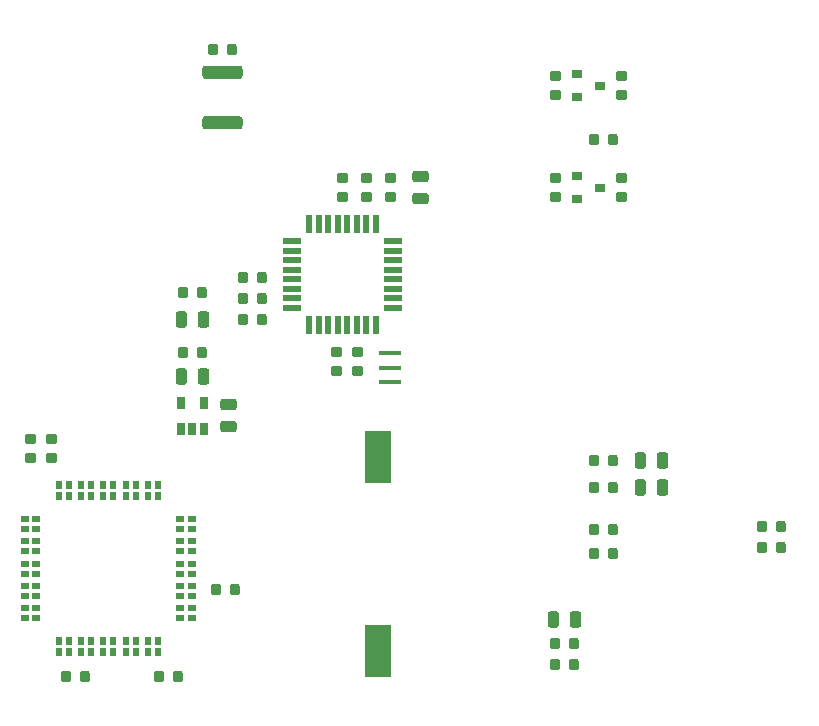
<source format=gbr>
%TF.GenerationSoftware,KiCad,Pcbnew,(5.1.7)-1*%
%TF.CreationDate,2020-12-22T10:31:33-06:00*%
%TF.ProjectId,tracker,74726163-6b65-4722-9e6b-696361645f70,1.0*%
%TF.SameCoordinates,Original*%
%TF.FileFunction,Paste,Top*%
%TF.FilePolarity,Positive*%
%FSLAX46Y46*%
G04 Gerber Fmt 4.6, Leading zero omitted, Abs format (unit mm)*
G04 Created by KiCad (PCBNEW (5.1.7)-1) date 2020-12-22 10:31:33*
%MOMM*%
%LPD*%
G01*
G04 APERTURE LIST*
%ADD10R,2.300000X4.500000*%
%ADD11R,0.900000X0.800000*%
%ADD12R,0.550000X1.600000*%
%ADD13R,1.600000X0.550000*%
%ADD14R,0.580000X0.720000*%
%ADD15R,0.720000X0.580000*%
%ADD16R,0.650000X1.060000*%
%ADD17R,1.900000X0.400000*%
G04 APERTURE END LIST*
D10*
%TO.C,BT1*%
X149860000Y-141071000D03*
X149860000Y-124671000D03*
%TD*%
%TO.C,C1*%
G36*
G01*
X149100250Y-101504000D02*
X148587750Y-101504000D01*
G75*
G02*
X148369000Y-101285250I0J218750D01*
G01*
X148369000Y-100847750D01*
G75*
G02*
X148587750Y-100629000I218750J0D01*
G01*
X149100250Y-100629000D01*
G75*
G02*
X149319000Y-100847750I0J-218750D01*
G01*
X149319000Y-101285250D01*
G75*
G02*
X149100250Y-101504000I-218750J0D01*
G01*
G37*
G36*
G01*
X149100250Y-103079000D02*
X148587750Y-103079000D01*
G75*
G02*
X148369000Y-102860250I0J218750D01*
G01*
X148369000Y-102422750D01*
G75*
G02*
X148587750Y-102204000I218750J0D01*
G01*
X149100250Y-102204000D01*
G75*
G02*
X149319000Y-102422750I0J-218750D01*
G01*
X149319000Y-102860250D01*
G75*
G02*
X149100250Y-103079000I-218750J0D01*
G01*
G37*
%TD*%
%TO.C,C2*%
G36*
G01*
X147825750Y-115361000D02*
X148338250Y-115361000D01*
G75*
G02*
X148557000Y-115579750I0J-218750D01*
G01*
X148557000Y-116017250D01*
G75*
G02*
X148338250Y-116236000I-218750J0D01*
G01*
X147825750Y-116236000D01*
G75*
G02*
X147607000Y-116017250I0J218750D01*
G01*
X147607000Y-115579750D01*
G75*
G02*
X147825750Y-115361000I218750J0D01*
G01*
G37*
G36*
G01*
X147825750Y-116936000D02*
X148338250Y-116936000D01*
G75*
G02*
X148557000Y-117154750I0J-218750D01*
G01*
X148557000Y-117592250D01*
G75*
G02*
X148338250Y-117811000I-218750J0D01*
G01*
X147825750Y-117811000D01*
G75*
G02*
X147607000Y-117592250I0J218750D01*
G01*
X147607000Y-117154750D01*
G75*
G02*
X147825750Y-116936000I218750J0D01*
G01*
G37*
%TD*%
%TO.C,C3*%
G36*
G01*
X146047750Y-116936000D02*
X146560250Y-116936000D01*
G75*
G02*
X146779000Y-117154750I0J-218750D01*
G01*
X146779000Y-117592250D01*
G75*
G02*
X146560250Y-117811000I-218750J0D01*
G01*
X146047750Y-117811000D01*
G75*
G02*
X145829000Y-117592250I0J218750D01*
G01*
X145829000Y-117154750D01*
G75*
G02*
X146047750Y-116936000I218750J0D01*
G01*
G37*
G36*
G01*
X146047750Y-115361000D02*
X146560250Y-115361000D01*
G75*
G02*
X146779000Y-115579750I0J-218750D01*
G01*
X146779000Y-116017250D01*
G75*
G02*
X146560250Y-116236000I-218750J0D01*
G01*
X146047750Y-116236000D01*
G75*
G02*
X145829000Y-116017250I0J218750D01*
G01*
X145829000Y-115579750D01*
G75*
G02*
X146047750Y-115361000I218750J0D01*
G01*
G37*
%TD*%
%TO.C,C4*%
G36*
G01*
X164183000Y-138886250D02*
X164183000Y-137973750D01*
G75*
G02*
X164426750Y-137730000I243750J0D01*
G01*
X164914250Y-137730000D01*
G75*
G02*
X165158000Y-137973750I0J-243750D01*
G01*
X165158000Y-138886250D01*
G75*
G02*
X164914250Y-139130000I-243750J0D01*
G01*
X164426750Y-139130000D01*
G75*
G02*
X164183000Y-138886250I0J243750D01*
G01*
G37*
G36*
G01*
X166058000Y-138886250D02*
X166058000Y-137973750D01*
G75*
G02*
X166301750Y-137730000I243750J0D01*
G01*
X166789250Y-137730000D01*
G75*
G02*
X167033000Y-137973750I0J-243750D01*
G01*
X167033000Y-138886250D01*
G75*
G02*
X166789250Y-139130000I-243750J0D01*
G01*
X166301750Y-139130000D01*
G75*
G02*
X166058000Y-138886250I0J243750D01*
G01*
G37*
%TD*%
%TO.C,C5*%
G36*
G01*
X164383000Y-140718250D02*
X164383000Y-140205750D01*
G75*
G02*
X164601750Y-139987000I218750J0D01*
G01*
X165039250Y-139987000D01*
G75*
G02*
X165258000Y-140205750I0J-218750D01*
G01*
X165258000Y-140718250D01*
G75*
G02*
X165039250Y-140937000I-218750J0D01*
G01*
X164601750Y-140937000D01*
G75*
G02*
X164383000Y-140718250I0J218750D01*
G01*
G37*
G36*
G01*
X165958000Y-140718250D02*
X165958000Y-140205750D01*
G75*
G02*
X166176750Y-139987000I218750J0D01*
G01*
X166614250Y-139987000D01*
G75*
G02*
X166833000Y-140205750I0J-218750D01*
G01*
X166833000Y-140718250D01*
G75*
G02*
X166614250Y-140937000I-218750J0D01*
G01*
X166176750Y-140937000D01*
G75*
G02*
X165958000Y-140718250I0J218750D01*
G01*
G37*
%TD*%
%TO.C,C6*%
G36*
G01*
X147068250Y-103079000D02*
X146555750Y-103079000D01*
G75*
G02*
X146337000Y-102860250I0J218750D01*
G01*
X146337000Y-102422750D01*
G75*
G02*
X146555750Y-102204000I218750J0D01*
G01*
X147068250Y-102204000D01*
G75*
G02*
X147287000Y-102422750I0J-218750D01*
G01*
X147287000Y-102860250D01*
G75*
G02*
X147068250Y-103079000I-218750J0D01*
G01*
G37*
G36*
G01*
X147068250Y-101504000D02*
X146555750Y-101504000D01*
G75*
G02*
X146337000Y-101285250I0J218750D01*
G01*
X146337000Y-100847750D01*
G75*
G02*
X146555750Y-100629000I218750J0D01*
G01*
X147068250Y-100629000D01*
G75*
G02*
X147287000Y-100847750I0J-218750D01*
G01*
X147287000Y-101285250D01*
G75*
G02*
X147068250Y-101504000I-218750J0D01*
G01*
G37*
%TD*%
%TO.C,C7*%
G36*
G01*
X164383000Y-142496250D02*
X164383000Y-141983750D01*
G75*
G02*
X164601750Y-141765000I218750J0D01*
G01*
X165039250Y-141765000D01*
G75*
G02*
X165258000Y-141983750I0J-218750D01*
G01*
X165258000Y-142496250D01*
G75*
G02*
X165039250Y-142715000I-218750J0D01*
G01*
X164601750Y-142715000D01*
G75*
G02*
X164383000Y-142496250I0J218750D01*
G01*
G37*
G36*
G01*
X165958000Y-142496250D02*
X165958000Y-141983750D01*
G75*
G02*
X166176750Y-141765000I218750J0D01*
G01*
X166614250Y-141765000D01*
G75*
G02*
X166833000Y-141983750I0J-218750D01*
G01*
X166833000Y-142496250D01*
G75*
G02*
X166614250Y-142715000I-218750J0D01*
G01*
X166176750Y-142715000D01*
G75*
G02*
X165958000Y-142496250I0J218750D01*
G01*
G37*
%TD*%
%TO.C,C8*%
G36*
G01*
X182784000Y-132077750D02*
X182784000Y-132590250D01*
G75*
G02*
X182565250Y-132809000I-218750J0D01*
G01*
X182127750Y-132809000D01*
G75*
G02*
X181909000Y-132590250I0J218750D01*
G01*
X181909000Y-132077750D01*
G75*
G02*
X182127750Y-131859000I218750J0D01*
G01*
X182565250Y-131859000D01*
G75*
G02*
X182784000Y-132077750I0J-218750D01*
G01*
G37*
G36*
G01*
X184359000Y-132077750D02*
X184359000Y-132590250D01*
G75*
G02*
X184140250Y-132809000I-218750J0D01*
G01*
X183702750Y-132809000D01*
G75*
G02*
X183484000Y-132590250I0J218750D01*
G01*
X183484000Y-132077750D01*
G75*
G02*
X183702750Y-131859000I218750J0D01*
G01*
X184140250Y-131859000D01*
G75*
G02*
X184359000Y-132077750I0J-218750D01*
G01*
G37*
%TD*%
%TO.C,C9*%
G36*
G01*
X123856000Y-142999750D02*
X123856000Y-143512250D01*
G75*
G02*
X123637250Y-143731000I-218750J0D01*
G01*
X123199750Y-143731000D01*
G75*
G02*
X122981000Y-143512250I0J218750D01*
G01*
X122981000Y-142999750D01*
G75*
G02*
X123199750Y-142781000I218750J0D01*
G01*
X123637250Y-142781000D01*
G75*
G02*
X123856000Y-142999750I0J-218750D01*
G01*
G37*
G36*
G01*
X125431000Y-142999750D02*
X125431000Y-143512250D01*
G75*
G02*
X125212250Y-143731000I-218750J0D01*
G01*
X124774750Y-143731000D01*
G75*
G02*
X124556000Y-143512250I0J218750D01*
G01*
X124556000Y-142999750D01*
G75*
G02*
X124774750Y-142781000I218750J0D01*
G01*
X125212250Y-142781000D01*
G75*
G02*
X125431000Y-142999750I0J-218750D01*
G01*
G37*
%TD*%
%TO.C,C10*%
G36*
G01*
X136302000Y-89913750D02*
X136302000Y-90426250D01*
G75*
G02*
X136083250Y-90645000I-218750J0D01*
G01*
X135645750Y-90645000D01*
G75*
G02*
X135427000Y-90426250I0J218750D01*
G01*
X135427000Y-89913750D01*
G75*
G02*
X135645750Y-89695000I218750J0D01*
G01*
X136083250Y-89695000D01*
G75*
G02*
X136302000Y-89913750I0J-218750D01*
G01*
G37*
G36*
G01*
X137877000Y-89913750D02*
X137877000Y-90426250D01*
G75*
G02*
X137658250Y-90645000I-218750J0D01*
G01*
X137220750Y-90645000D01*
G75*
G02*
X137002000Y-90426250I0J218750D01*
G01*
X137002000Y-89913750D01*
G75*
G02*
X137220750Y-89695000I218750J0D01*
G01*
X137658250Y-89695000D01*
G75*
G02*
X137877000Y-89913750I0J-218750D01*
G01*
G37*
%TD*%
%TO.C,C11*%
G36*
G01*
X133305000Y-142999750D02*
X133305000Y-143512250D01*
G75*
G02*
X133086250Y-143731000I-218750J0D01*
G01*
X132648750Y-143731000D01*
G75*
G02*
X132430000Y-143512250I0J218750D01*
G01*
X132430000Y-142999750D01*
G75*
G02*
X132648750Y-142781000I218750J0D01*
G01*
X133086250Y-142781000D01*
G75*
G02*
X133305000Y-142999750I0J-218750D01*
G01*
G37*
G36*
G01*
X131730000Y-142999750D02*
X131730000Y-143512250D01*
G75*
G02*
X131511250Y-143731000I-218750J0D01*
G01*
X131073750Y-143731000D01*
G75*
G02*
X130855000Y-143512250I0J218750D01*
G01*
X130855000Y-142999750D01*
G75*
G02*
X131073750Y-142781000I218750J0D01*
G01*
X131511250Y-142781000D01*
G75*
G02*
X131730000Y-142999750I0J-218750D01*
G01*
G37*
%TD*%
%TO.C,C12*%
G36*
G01*
X137616250Y-120708000D02*
X136703750Y-120708000D01*
G75*
G02*
X136460000Y-120464250I0J243750D01*
G01*
X136460000Y-119976750D01*
G75*
G02*
X136703750Y-119733000I243750J0D01*
G01*
X137616250Y-119733000D01*
G75*
G02*
X137860000Y-119976750I0J-243750D01*
G01*
X137860000Y-120464250D01*
G75*
G02*
X137616250Y-120708000I-243750J0D01*
G01*
G37*
G36*
G01*
X137616250Y-122583000D02*
X136703750Y-122583000D01*
G75*
G02*
X136460000Y-122339250I0J243750D01*
G01*
X136460000Y-121851750D01*
G75*
G02*
X136703750Y-121608000I243750J0D01*
G01*
X137616250Y-121608000D01*
G75*
G02*
X137860000Y-121851750I0J-243750D01*
G01*
X137860000Y-122339250D01*
G75*
G02*
X137616250Y-122583000I-243750J0D01*
G01*
G37*
%TD*%
%TO.C,C13*%
G36*
G01*
X132687000Y-118312250D02*
X132687000Y-117399750D01*
G75*
G02*
X132930750Y-117156000I243750J0D01*
G01*
X133418250Y-117156000D01*
G75*
G02*
X133662000Y-117399750I0J-243750D01*
G01*
X133662000Y-118312250D01*
G75*
G02*
X133418250Y-118556000I-243750J0D01*
G01*
X132930750Y-118556000D01*
G75*
G02*
X132687000Y-118312250I0J243750D01*
G01*
G37*
G36*
G01*
X134562000Y-118312250D02*
X134562000Y-117399750D01*
G75*
G02*
X134805750Y-117156000I243750J0D01*
G01*
X135293250Y-117156000D01*
G75*
G02*
X135537000Y-117399750I0J-243750D01*
G01*
X135537000Y-118312250D01*
G75*
G02*
X135293250Y-118556000I-243750J0D01*
G01*
X134805750Y-118556000D01*
G75*
G02*
X134562000Y-118312250I0J243750D01*
G01*
G37*
%TD*%
%TO.C,C14*%
G36*
G01*
X132887000Y-116080250D02*
X132887000Y-115567750D01*
G75*
G02*
X133105750Y-115349000I218750J0D01*
G01*
X133543250Y-115349000D01*
G75*
G02*
X133762000Y-115567750I0J-218750D01*
G01*
X133762000Y-116080250D01*
G75*
G02*
X133543250Y-116299000I-218750J0D01*
G01*
X133105750Y-116299000D01*
G75*
G02*
X132887000Y-116080250I0J218750D01*
G01*
G37*
G36*
G01*
X134462000Y-116080250D02*
X134462000Y-115567750D01*
G75*
G02*
X134680750Y-115349000I218750J0D01*
G01*
X135118250Y-115349000D01*
G75*
G02*
X135337000Y-115567750I0J-218750D01*
G01*
X135337000Y-116080250D01*
G75*
G02*
X135118250Y-116299000I-218750J0D01*
G01*
X134680750Y-116299000D01*
G75*
G02*
X134462000Y-116080250I0J218750D01*
G01*
G37*
%TD*%
%TO.C,D1*%
G36*
G01*
X153872250Y-101404000D02*
X152959750Y-101404000D01*
G75*
G02*
X152716000Y-101160250I0J243750D01*
G01*
X152716000Y-100672750D01*
G75*
G02*
X152959750Y-100429000I243750J0D01*
G01*
X153872250Y-100429000D01*
G75*
G02*
X154116000Y-100672750I0J-243750D01*
G01*
X154116000Y-101160250D01*
G75*
G02*
X153872250Y-101404000I-243750J0D01*
G01*
G37*
G36*
G01*
X153872250Y-103279000D02*
X152959750Y-103279000D01*
G75*
G02*
X152716000Y-103035250I0J243750D01*
G01*
X152716000Y-102547750D01*
G75*
G02*
X152959750Y-102304000I243750J0D01*
G01*
X153872250Y-102304000D01*
G75*
G02*
X154116000Y-102547750I0J-243750D01*
G01*
X154116000Y-103035250D01*
G75*
G02*
X153872250Y-103279000I-243750J0D01*
G01*
G37*
%TD*%
%TO.C,D2*%
G36*
G01*
X174399000Y-124511750D02*
X174399000Y-125424250D01*
G75*
G02*
X174155250Y-125668000I-243750J0D01*
G01*
X173667750Y-125668000D01*
G75*
G02*
X173424000Y-125424250I0J243750D01*
G01*
X173424000Y-124511750D01*
G75*
G02*
X173667750Y-124268000I243750J0D01*
G01*
X174155250Y-124268000D01*
G75*
G02*
X174399000Y-124511750I0J-243750D01*
G01*
G37*
G36*
G01*
X172524000Y-124511750D02*
X172524000Y-125424250D01*
G75*
G02*
X172280250Y-125668000I-243750J0D01*
G01*
X171792750Y-125668000D01*
G75*
G02*
X171549000Y-125424250I0J243750D01*
G01*
X171549000Y-124511750D01*
G75*
G02*
X171792750Y-124268000I243750J0D01*
G01*
X172280250Y-124268000D01*
G75*
G02*
X172524000Y-124511750I0J-243750D01*
G01*
G37*
%TD*%
%TO.C,D3*%
G36*
G01*
X172524000Y-126797750D02*
X172524000Y-127710250D01*
G75*
G02*
X172280250Y-127954000I-243750J0D01*
G01*
X171792750Y-127954000D01*
G75*
G02*
X171549000Y-127710250I0J243750D01*
G01*
X171549000Y-126797750D01*
G75*
G02*
X171792750Y-126554000I243750J0D01*
G01*
X172280250Y-126554000D01*
G75*
G02*
X172524000Y-126797750I0J-243750D01*
G01*
G37*
G36*
G01*
X174399000Y-126797750D02*
X174399000Y-127710250D01*
G75*
G02*
X174155250Y-127954000I-243750J0D01*
G01*
X173667750Y-127954000D01*
G75*
G02*
X173424000Y-127710250I0J243750D01*
G01*
X173424000Y-126797750D01*
G75*
G02*
X173667750Y-126554000I243750J0D01*
G01*
X174155250Y-126554000D01*
G75*
G02*
X174399000Y-126797750I0J-243750D01*
G01*
G37*
%TD*%
%TO.C,D4*%
G36*
G01*
X132687000Y-113486250D02*
X132687000Y-112573750D01*
G75*
G02*
X132930750Y-112330000I243750J0D01*
G01*
X133418250Y-112330000D01*
G75*
G02*
X133662000Y-112573750I0J-243750D01*
G01*
X133662000Y-113486250D01*
G75*
G02*
X133418250Y-113730000I-243750J0D01*
G01*
X132930750Y-113730000D01*
G75*
G02*
X132687000Y-113486250I0J243750D01*
G01*
G37*
G36*
G01*
X134562000Y-113486250D02*
X134562000Y-112573750D01*
G75*
G02*
X134805750Y-112330000I243750J0D01*
G01*
X135293250Y-112330000D01*
G75*
G02*
X135537000Y-112573750I0J-243750D01*
G01*
X135537000Y-113486250D01*
G75*
G02*
X135293250Y-113730000I-243750J0D01*
G01*
X134805750Y-113730000D01*
G75*
G02*
X134562000Y-113486250I0J243750D01*
G01*
G37*
%TD*%
%TO.C,F1*%
G36*
G01*
X138102001Y-96934000D02*
X135201999Y-96934000D01*
G75*
G02*
X134952000Y-96684001I0J249999D01*
G01*
X134952000Y-96058999D01*
G75*
G02*
X135201999Y-95809000I249999J0D01*
G01*
X138102001Y-95809000D01*
G75*
G02*
X138352000Y-96058999I0J-249999D01*
G01*
X138352000Y-96684001D01*
G75*
G02*
X138102001Y-96934000I-249999J0D01*
G01*
G37*
G36*
G01*
X138102001Y-92659000D02*
X135201999Y-92659000D01*
G75*
G02*
X134952000Y-92409001I0J249999D01*
G01*
X134952000Y-91783999D01*
G75*
G02*
X135201999Y-91534000I249999J0D01*
G01*
X138102001Y-91534000D01*
G75*
G02*
X138352000Y-91783999I0J-249999D01*
G01*
X138352000Y-92409001D01*
G75*
G02*
X138102001Y-92659000I-249999J0D01*
G01*
G37*
%TD*%
D11*
%TO.C,Q1*%
X166640000Y-92268000D03*
X166640000Y-94168000D03*
X168640000Y-93218000D03*
%TD*%
%TO.C,Q2*%
X168640000Y-101854000D03*
X166640000Y-102804000D03*
X166640000Y-100904000D03*
%TD*%
%TO.C,R1*%
G36*
G01*
X164589750Y-93568000D02*
X165102250Y-93568000D01*
G75*
G02*
X165321000Y-93786750I0J-218750D01*
G01*
X165321000Y-94224250D01*
G75*
G02*
X165102250Y-94443000I-218750J0D01*
G01*
X164589750Y-94443000D01*
G75*
G02*
X164371000Y-94224250I0J218750D01*
G01*
X164371000Y-93786750D01*
G75*
G02*
X164589750Y-93568000I218750J0D01*
G01*
G37*
G36*
G01*
X164589750Y-91993000D02*
X165102250Y-91993000D01*
G75*
G02*
X165321000Y-92211750I0J-218750D01*
G01*
X165321000Y-92649250D01*
G75*
G02*
X165102250Y-92868000I-218750J0D01*
G01*
X164589750Y-92868000D01*
G75*
G02*
X164371000Y-92649250I0J218750D01*
G01*
X164371000Y-92211750D01*
G75*
G02*
X164589750Y-91993000I218750J0D01*
G01*
G37*
%TD*%
%TO.C,R2*%
G36*
G01*
X170690250Y-94443000D02*
X170177750Y-94443000D01*
G75*
G02*
X169959000Y-94224250I0J218750D01*
G01*
X169959000Y-93786750D01*
G75*
G02*
X170177750Y-93568000I218750J0D01*
G01*
X170690250Y-93568000D01*
G75*
G02*
X170909000Y-93786750I0J-218750D01*
G01*
X170909000Y-94224250D01*
G75*
G02*
X170690250Y-94443000I-218750J0D01*
G01*
G37*
G36*
G01*
X170690250Y-92868000D02*
X170177750Y-92868000D01*
G75*
G02*
X169959000Y-92649250I0J218750D01*
G01*
X169959000Y-92211750D01*
G75*
G02*
X170177750Y-91993000I218750J0D01*
G01*
X170690250Y-91993000D01*
G75*
G02*
X170909000Y-92211750I0J-218750D01*
G01*
X170909000Y-92649250D01*
G75*
G02*
X170690250Y-92868000I-218750J0D01*
G01*
G37*
%TD*%
%TO.C,R3*%
G36*
G01*
X164589750Y-102204000D02*
X165102250Y-102204000D01*
G75*
G02*
X165321000Y-102422750I0J-218750D01*
G01*
X165321000Y-102860250D01*
G75*
G02*
X165102250Y-103079000I-218750J0D01*
G01*
X164589750Y-103079000D01*
G75*
G02*
X164371000Y-102860250I0J218750D01*
G01*
X164371000Y-102422750D01*
G75*
G02*
X164589750Y-102204000I218750J0D01*
G01*
G37*
G36*
G01*
X164589750Y-100629000D02*
X165102250Y-100629000D01*
G75*
G02*
X165321000Y-100847750I0J-218750D01*
G01*
X165321000Y-101285250D01*
G75*
G02*
X165102250Y-101504000I-218750J0D01*
G01*
X164589750Y-101504000D01*
G75*
G02*
X164371000Y-101285250I0J218750D01*
G01*
X164371000Y-100847750D01*
G75*
G02*
X164589750Y-100629000I218750J0D01*
G01*
G37*
%TD*%
%TO.C,R4*%
G36*
G01*
X170690250Y-103079000D02*
X170177750Y-103079000D01*
G75*
G02*
X169959000Y-102860250I0J218750D01*
G01*
X169959000Y-102422750D01*
G75*
G02*
X170177750Y-102204000I218750J0D01*
G01*
X170690250Y-102204000D01*
G75*
G02*
X170909000Y-102422750I0J-218750D01*
G01*
X170909000Y-102860250D01*
G75*
G02*
X170690250Y-103079000I-218750J0D01*
G01*
G37*
G36*
G01*
X170690250Y-101504000D02*
X170177750Y-101504000D01*
G75*
G02*
X169959000Y-101285250I0J218750D01*
G01*
X169959000Y-100847750D01*
G75*
G02*
X170177750Y-100629000I218750J0D01*
G01*
X170690250Y-100629000D01*
G75*
G02*
X170909000Y-100847750I0J-218750D01*
G01*
X170909000Y-101285250D01*
G75*
G02*
X170690250Y-101504000I-218750J0D01*
G01*
G37*
%TD*%
%TO.C,R5*%
G36*
G01*
X137967000Y-109730250D02*
X137967000Y-109217750D01*
G75*
G02*
X138185750Y-108999000I218750J0D01*
G01*
X138623250Y-108999000D01*
G75*
G02*
X138842000Y-109217750I0J-218750D01*
G01*
X138842000Y-109730250D01*
G75*
G02*
X138623250Y-109949000I-218750J0D01*
G01*
X138185750Y-109949000D01*
G75*
G02*
X137967000Y-109730250I0J218750D01*
G01*
G37*
G36*
G01*
X139542000Y-109730250D02*
X139542000Y-109217750D01*
G75*
G02*
X139760750Y-108999000I218750J0D01*
G01*
X140198250Y-108999000D01*
G75*
G02*
X140417000Y-109217750I0J-218750D01*
G01*
X140417000Y-109730250D01*
G75*
G02*
X140198250Y-109949000I-218750J0D01*
G01*
X139760750Y-109949000D01*
G75*
G02*
X139542000Y-109730250I0J218750D01*
G01*
G37*
%TD*%
%TO.C,R6*%
G36*
G01*
X151132250Y-101504000D02*
X150619750Y-101504000D01*
G75*
G02*
X150401000Y-101285250I0J218750D01*
G01*
X150401000Y-100847750D01*
G75*
G02*
X150619750Y-100629000I218750J0D01*
G01*
X151132250Y-100629000D01*
G75*
G02*
X151351000Y-100847750I0J-218750D01*
G01*
X151351000Y-101285250D01*
G75*
G02*
X151132250Y-101504000I-218750J0D01*
G01*
G37*
G36*
G01*
X151132250Y-103079000D02*
X150619750Y-103079000D01*
G75*
G02*
X150401000Y-102860250I0J218750D01*
G01*
X150401000Y-102422750D01*
G75*
G02*
X150619750Y-102204000I218750J0D01*
G01*
X151132250Y-102204000D01*
G75*
G02*
X151351000Y-102422750I0J-218750D01*
G01*
X151351000Y-102860250D01*
G75*
G02*
X151132250Y-103079000I-218750J0D01*
G01*
G37*
%TD*%
%TO.C,R7*%
G36*
G01*
X181909000Y-130812250D02*
X181909000Y-130299750D01*
G75*
G02*
X182127750Y-130081000I218750J0D01*
G01*
X182565250Y-130081000D01*
G75*
G02*
X182784000Y-130299750I0J-218750D01*
G01*
X182784000Y-130812250D01*
G75*
G02*
X182565250Y-131031000I-218750J0D01*
G01*
X182127750Y-131031000D01*
G75*
G02*
X181909000Y-130812250I0J218750D01*
G01*
G37*
G36*
G01*
X183484000Y-130812250D02*
X183484000Y-130299750D01*
G75*
G02*
X183702750Y-130081000I218750J0D01*
G01*
X184140250Y-130081000D01*
G75*
G02*
X184359000Y-130299750I0J-218750D01*
G01*
X184359000Y-130812250D01*
G75*
G02*
X184140250Y-131031000I-218750J0D01*
G01*
X183702750Y-131031000D01*
G75*
G02*
X183484000Y-130812250I0J218750D01*
G01*
G37*
%TD*%
%TO.C,R8*%
G36*
G01*
X169260000Y-125224250D02*
X169260000Y-124711750D01*
G75*
G02*
X169478750Y-124493000I218750J0D01*
G01*
X169916250Y-124493000D01*
G75*
G02*
X170135000Y-124711750I0J-218750D01*
G01*
X170135000Y-125224250D01*
G75*
G02*
X169916250Y-125443000I-218750J0D01*
G01*
X169478750Y-125443000D01*
G75*
G02*
X169260000Y-125224250I0J218750D01*
G01*
G37*
G36*
G01*
X167685000Y-125224250D02*
X167685000Y-124711750D01*
G75*
G02*
X167903750Y-124493000I218750J0D01*
G01*
X168341250Y-124493000D01*
G75*
G02*
X168560000Y-124711750I0J-218750D01*
G01*
X168560000Y-125224250D01*
G75*
G02*
X168341250Y-125443000I-218750J0D01*
G01*
X167903750Y-125443000D01*
G75*
G02*
X167685000Y-125224250I0J218750D01*
G01*
G37*
%TD*%
%TO.C,R9*%
G36*
G01*
X167685000Y-127510250D02*
X167685000Y-126997750D01*
G75*
G02*
X167903750Y-126779000I218750J0D01*
G01*
X168341250Y-126779000D01*
G75*
G02*
X168560000Y-126997750I0J-218750D01*
G01*
X168560000Y-127510250D01*
G75*
G02*
X168341250Y-127729000I-218750J0D01*
G01*
X167903750Y-127729000D01*
G75*
G02*
X167685000Y-127510250I0J218750D01*
G01*
G37*
G36*
G01*
X169260000Y-127510250D02*
X169260000Y-126997750D01*
G75*
G02*
X169478750Y-126779000I218750J0D01*
G01*
X169916250Y-126779000D01*
G75*
G02*
X170135000Y-126997750I0J-218750D01*
G01*
X170135000Y-127510250D01*
G75*
G02*
X169916250Y-127729000I-218750J0D01*
G01*
X169478750Y-127729000D01*
G75*
G02*
X169260000Y-127510250I0J218750D01*
G01*
G37*
%TD*%
%TO.C,R10*%
G36*
G01*
X139542000Y-111508250D02*
X139542000Y-110995750D01*
G75*
G02*
X139760750Y-110777000I218750J0D01*
G01*
X140198250Y-110777000D01*
G75*
G02*
X140417000Y-110995750I0J-218750D01*
G01*
X140417000Y-111508250D01*
G75*
G02*
X140198250Y-111727000I-218750J0D01*
G01*
X139760750Y-111727000D01*
G75*
G02*
X139542000Y-111508250I0J218750D01*
G01*
G37*
G36*
G01*
X137967000Y-111508250D02*
X137967000Y-110995750D01*
G75*
G02*
X138185750Y-110777000I218750J0D01*
G01*
X138623250Y-110777000D01*
G75*
G02*
X138842000Y-110995750I0J-218750D01*
G01*
X138842000Y-111508250D01*
G75*
G02*
X138623250Y-111727000I-218750J0D01*
G01*
X138185750Y-111727000D01*
G75*
G02*
X137967000Y-111508250I0J218750D01*
G01*
G37*
%TD*%
%TO.C,R11*%
G36*
G01*
X139542000Y-113286250D02*
X139542000Y-112773750D01*
G75*
G02*
X139760750Y-112555000I218750J0D01*
G01*
X140198250Y-112555000D01*
G75*
G02*
X140417000Y-112773750I0J-218750D01*
G01*
X140417000Y-113286250D01*
G75*
G02*
X140198250Y-113505000I-218750J0D01*
G01*
X139760750Y-113505000D01*
G75*
G02*
X139542000Y-113286250I0J218750D01*
G01*
G37*
G36*
G01*
X137967000Y-113286250D02*
X137967000Y-112773750D01*
G75*
G02*
X138185750Y-112555000I218750J0D01*
G01*
X138623250Y-112555000D01*
G75*
G02*
X138842000Y-112773750I0J-218750D01*
G01*
X138842000Y-113286250D01*
G75*
G02*
X138623250Y-113505000I-218750J0D01*
G01*
X138185750Y-113505000D01*
G75*
G02*
X137967000Y-113286250I0J218750D01*
G01*
G37*
%TD*%
%TO.C,R12*%
G36*
G01*
X120652250Y-125177000D02*
X120139750Y-125177000D01*
G75*
G02*
X119921000Y-124958250I0J218750D01*
G01*
X119921000Y-124520750D01*
G75*
G02*
X120139750Y-124302000I218750J0D01*
G01*
X120652250Y-124302000D01*
G75*
G02*
X120871000Y-124520750I0J-218750D01*
G01*
X120871000Y-124958250D01*
G75*
G02*
X120652250Y-125177000I-218750J0D01*
G01*
G37*
G36*
G01*
X120652250Y-123602000D02*
X120139750Y-123602000D01*
G75*
G02*
X119921000Y-123383250I0J218750D01*
G01*
X119921000Y-122945750D01*
G75*
G02*
X120139750Y-122727000I218750J0D01*
G01*
X120652250Y-122727000D01*
G75*
G02*
X120871000Y-122945750I0J-218750D01*
G01*
X120871000Y-123383250D01*
G75*
G02*
X120652250Y-123602000I-218750J0D01*
G01*
G37*
%TD*%
%TO.C,R13*%
G36*
G01*
X122430250Y-123602000D02*
X121917750Y-123602000D01*
G75*
G02*
X121699000Y-123383250I0J218750D01*
G01*
X121699000Y-122945750D01*
G75*
G02*
X121917750Y-122727000I218750J0D01*
G01*
X122430250Y-122727000D01*
G75*
G02*
X122649000Y-122945750I0J-218750D01*
G01*
X122649000Y-123383250D01*
G75*
G02*
X122430250Y-123602000I-218750J0D01*
G01*
G37*
G36*
G01*
X122430250Y-125177000D02*
X121917750Y-125177000D01*
G75*
G02*
X121699000Y-124958250I0J218750D01*
G01*
X121699000Y-124520750D01*
G75*
G02*
X121917750Y-124302000I218750J0D01*
G01*
X122430250Y-124302000D01*
G75*
G02*
X122649000Y-124520750I0J-218750D01*
G01*
X122649000Y-124958250D01*
G75*
G02*
X122430250Y-125177000I-218750J0D01*
G01*
G37*
%TD*%
%TO.C,R14*%
G36*
G01*
X167685000Y-133098250D02*
X167685000Y-132585750D01*
G75*
G02*
X167903750Y-132367000I218750J0D01*
G01*
X168341250Y-132367000D01*
G75*
G02*
X168560000Y-132585750I0J-218750D01*
G01*
X168560000Y-133098250D01*
G75*
G02*
X168341250Y-133317000I-218750J0D01*
G01*
X167903750Y-133317000D01*
G75*
G02*
X167685000Y-133098250I0J218750D01*
G01*
G37*
G36*
G01*
X169260000Y-133098250D02*
X169260000Y-132585750D01*
G75*
G02*
X169478750Y-132367000I218750J0D01*
G01*
X169916250Y-132367000D01*
G75*
G02*
X170135000Y-132585750I0J-218750D01*
G01*
X170135000Y-133098250D01*
G75*
G02*
X169916250Y-133317000I-218750J0D01*
G01*
X169478750Y-133317000D01*
G75*
G02*
X169260000Y-133098250I0J218750D01*
G01*
G37*
%TD*%
%TO.C,R15*%
G36*
G01*
X167685000Y-131066250D02*
X167685000Y-130553750D01*
G75*
G02*
X167903750Y-130335000I218750J0D01*
G01*
X168341250Y-130335000D01*
G75*
G02*
X168560000Y-130553750I0J-218750D01*
G01*
X168560000Y-131066250D01*
G75*
G02*
X168341250Y-131285000I-218750J0D01*
G01*
X167903750Y-131285000D01*
G75*
G02*
X167685000Y-131066250I0J218750D01*
G01*
G37*
G36*
G01*
X169260000Y-131066250D02*
X169260000Y-130553750D01*
G75*
G02*
X169478750Y-130335000I218750J0D01*
G01*
X169916250Y-130335000D01*
G75*
G02*
X170135000Y-130553750I0J-218750D01*
G01*
X170135000Y-131066250D01*
G75*
G02*
X169916250Y-131285000I-218750J0D01*
G01*
X169478750Y-131285000D01*
G75*
G02*
X169260000Y-131066250I0J218750D01*
G01*
G37*
%TD*%
%TO.C,R16*%
G36*
G01*
X138131000Y-135633750D02*
X138131000Y-136146250D01*
G75*
G02*
X137912250Y-136365000I-218750J0D01*
G01*
X137474750Y-136365000D01*
G75*
G02*
X137256000Y-136146250I0J218750D01*
G01*
X137256000Y-135633750D01*
G75*
G02*
X137474750Y-135415000I218750J0D01*
G01*
X137912250Y-135415000D01*
G75*
G02*
X138131000Y-135633750I0J-218750D01*
G01*
G37*
G36*
G01*
X136556000Y-135633750D02*
X136556000Y-136146250D01*
G75*
G02*
X136337250Y-136365000I-218750J0D01*
G01*
X135899750Y-136365000D01*
G75*
G02*
X135681000Y-136146250I0J218750D01*
G01*
X135681000Y-135633750D01*
G75*
G02*
X135899750Y-135415000I218750J0D01*
G01*
X136337250Y-135415000D01*
G75*
G02*
X136556000Y-135633750I0J-218750D01*
G01*
G37*
%TD*%
%TO.C,R17*%
G36*
G01*
X132887000Y-111000250D02*
X132887000Y-110487750D01*
G75*
G02*
X133105750Y-110269000I218750J0D01*
G01*
X133543250Y-110269000D01*
G75*
G02*
X133762000Y-110487750I0J-218750D01*
G01*
X133762000Y-111000250D01*
G75*
G02*
X133543250Y-111219000I-218750J0D01*
G01*
X133105750Y-111219000D01*
G75*
G02*
X132887000Y-111000250I0J218750D01*
G01*
G37*
G36*
G01*
X134462000Y-111000250D02*
X134462000Y-110487750D01*
G75*
G02*
X134680750Y-110269000I218750J0D01*
G01*
X135118250Y-110269000D01*
G75*
G02*
X135337000Y-110487750I0J-218750D01*
G01*
X135337000Y-111000250D01*
G75*
G02*
X135118250Y-111219000I-218750J0D01*
G01*
X134680750Y-111219000D01*
G75*
G02*
X134462000Y-111000250I0J218750D01*
G01*
G37*
%TD*%
%TO.C,R18*%
G36*
G01*
X169260000Y-98046250D02*
X169260000Y-97533750D01*
G75*
G02*
X169478750Y-97315000I218750J0D01*
G01*
X169916250Y-97315000D01*
G75*
G02*
X170135000Y-97533750I0J-218750D01*
G01*
X170135000Y-98046250D01*
G75*
G02*
X169916250Y-98265000I-218750J0D01*
G01*
X169478750Y-98265000D01*
G75*
G02*
X169260000Y-98046250I0J218750D01*
G01*
G37*
G36*
G01*
X167685000Y-98046250D02*
X167685000Y-97533750D01*
G75*
G02*
X167903750Y-97315000I218750J0D01*
G01*
X168341250Y-97315000D01*
G75*
G02*
X168560000Y-97533750I0J-218750D01*
G01*
X168560000Y-98046250D01*
G75*
G02*
X168341250Y-98265000I-218750J0D01*
G01*
X167903750Y-98265000D01*
G75*
G02*
X167685000Y-98046250I0J218750D01*
G01*
G37*
%TD*%
D12*
%TO.C,U2*%
X144012000Y-113470000D03*
X144812000Y-113470000D03*
X145612000Y-113470000D03*
X146412000Y-113470000D03*
X147212000Y-113470000D03*
X148012000Y-113470000D03*
X148812000Y-113470000D03*
X149612000Y-113470000D03*
D13*
X151062000Y-112020000D03*
X151062000Y-111220000D03*
X151062000Y-110420000D03*
X151062000Y-109620000D03*
X151062000Y-108820000D03*
X151062000Y-108020000D03*
X151062000Y-107220000D03*
X151062000Y-106420000D03*
D12*
X149612000Y-104970000D03*
X148812000Y-104970000D03*
X148012000Y-104970000D03*
X147212000Y-104970000D03*
X146412000Y-104970000D03*
X145612000Y-104970000D03*
X144812000Y-104970000D03*
X144012000Y-104970000D03*
D13*
X142562000Y-106420000D03*
X142562000Y-107220000D03*
X142562000Y-108020000D03*
X142562000Y-108820000D03*
X142562000Y-109620000D03*
X142562000Y-110420000D03*
X142562000Y-111220000D03*
X142562000Y-112020000D03*
%TD*%
D14*
%TO.C,U5*%
X131225000Y-127012000D03*
X131225000Y-128012000D03*
X130375000Y-127012000D03*
X130375000Y-128012000D03*
X129325000Y-127012000D03*
X129325000Y-128012000D03*
X128475000Y-127012000D03*
X128475000Y-128012000D03*
X127425000Y-127012000D03*
X127425000Y-128012000D03*
X126575000Y-127012000D03*
X126575000Y-128012000D03*
X125525000Y-127012000D03*
X125525000Y-128012000D03*
X124675000Y-127012000D03*
X124675000Y-128012000D03*
X123625000Y-127012000D03*
X123625000Y-128012000D03*
X122775000Y-127012000D03*
X122775000Y-128012000D03*
X131225000Y-140212000D03*
X131225000Y-141212000D03*
X130375000Y-140212000D03*
X130375000Y-141212000D03*
X129325000Y-140212000D03*
X129325000Y-141212000D03*
X128475000Y-140212000D03*
X128475000Y-141212000D03*
X127425000Y-140212000D03*
X127425000Y-141212000D03*
X126575000Y-140212000D03*
X126575000Y-141212000D03*
X125525000Y-140212000D03*
X125525000Y-141212000D03*
X124675000Y-140212000D03*
X124675000Y-141212000D03*
X123625000Y-140212000D03*
X122775000Y-140212000D03*
X123625000Y-141212000D03*
X122775000Y-141212000D03*
D15*
X119900000Y-129887000D03*
X119900000Y-130737000D03*
X120900000Y-129887000D03*
X120900000Y-130737000D03*
X119900000Y-131787000D03*
X119900000Y-132637000D03*
X120900000Y-131787000D03*
X120900000Y-132637000D03*
X119900000Y-133687000D03*
X119900000Y-134537000D03*
X120900000Y-133687000D03*
X120900000Y-134537000D03*
X119900000Y-137487000D03*
X119900000Y-136437000D03*
X120900000Y-137487000D03*
X120900000Y-136437000D03*
X119900000Y-135587000D03*
X119900000Y-138337000D03*
X120900000Y-135587000D03*
X120900000Y-138337000D03*
X134100000Y-129887000D03*
X134100000Y-130737000D03*
X133100000Y-129887000D03*
X133100000Y-130737000D03*
X134100000Y-132637000D03*
X134100000Y-131787000D03*
X133100000Y-132637000D03*
X133100000Y-131787000D03*
X134100000Y-133687000D03*
X134100000Y-134537000D03*
X133100000Y-133687000D03*
X133100000Y-134537000D03*
X134100000Y-135587000D03*
X134100000Y-136437000D03*
X133100000Y-135587000D03*
X133100000Y-136437000D03*
X134100000Y-137487000D03*
X134100000Y-138337000D03*
X133100000Y-137487000D03*
X133100000Y-138337000D03*
%TD*%
D16*
%TO.C,U6*%
X133162000Y-122258000D03*
X134112000Y-122258000D03*
X135062000Y-122258000D03*
X135062000Y-120058000D03*
X133162000Y-120058000D03*
%TD*%
D17*
%TO.C,Y1*%
X150876000Y-118294000D03*
X150876000Y-117094000D03*
X150876000Y-115894000D03*
%TD*%
M02*

</source>
